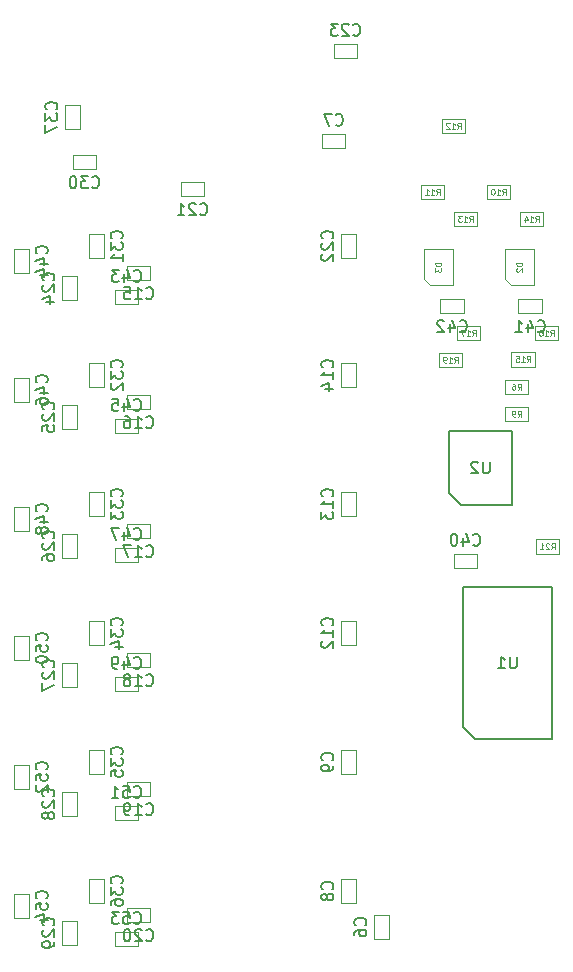
<source format=gbr>
G04 #@! TF.FileFunction,Other,Fab,Bot*
%FSLAX46Y46*%
G04 Gerber Fmt 4.6, Leading zero omitted, Abs format (unit mm)*
G04 Created by KiCad (PCBNEW 4.0.7) date 02/05/18 11:03:03*
%MOMM*%
%LPD*%
G01*
G04 APERTURE LIST*
%ADD10C,0.100000*%
%ADD11C,0.150000*%
%ADD12C,0.075000*%
G04 APERTURE END LIST*
D10*
D11*
X87608000Y-56826000D02*
X91908000Y-56826000D01*
X91908000Y-56826000D02*
X91908000Y-50626000D01*
X91908000Y-50626000D02*
X86608000Y-50626000D01*
X86608000Y-50626000D02*
X86608000Y-55826000D01*
X86608000Y-55826000D02*
X87608000Y-56826000D01*
D10*
X91360000Y-37708000D02*
X91860000Y-38208000D01*
X91860000Y-38208000D02*
X93760000Y-38208000D01*
X91360000Y-35208000D02*
X91360000Y-37708000D01*
X93760000Y-35208000D02*
X91360000Y-35208000D01*
X93760000Y-38208000D02*
X93760000Y-35208000D01*
X84502000Y-37708000D02*
X85002000Y-38208000D01*
X85002000Y-38208000D02*
X86902000Y-38208000D01*
X84502000Y-35208000D02*
X84502000Y-37708000D01*
X86902000Y-35208000D02*
X84502000Y-35208000D01*
X86902000Y-38208000D02*
X86902000Y-35208000D01*
X81496000Y-91588000D02*
X80256000Y-91588000D01*
X81496000Y-93588000D02*
X81496000Y-91588000D01*
X80256000Y-93588000D02*
X81496000Y-93588000D01*
X80256000Y-91588000D02*
X80256000Y-93588000D01*
X77812000Y-26660000D02*
X77812000Y-25420000D01*
X75812000Y-26660000D02*
X77812000Y-26660000D01*
X75812000Y-25420000D02*
X75812000Y-26660000D01*
X77812000Y-25420000D02*
X75812000Y-25420000D01*
X78702000Y-88540000D02*
X77462000Y-88540000D01*
X78702000Y-90540000D02*
X78702000Y-88540000D01*
X77462000Y-90540000D02*
X78702000Y-90540000D01*
X77462000Y-88540000D02*
X77462000Y-90540000D01*
X78702000Y-77618000D02*
X77462000Y-77618000D01*
X78702000Y-79618000D02*
X78702000Y-77618000D01*
X77462000Y-79618000D02*
X78702000Y-79618000D01*
X77462000Y-77618000D02*
X77462000Y-79618000D01*
X78702000Y-66696000D02*
X77462000Y-66696000D01*
X78702000Y-68696000D02*
X78702000Y-66696000D01*
X77462000Y-68696000D02*
X78702000Y-68696000D01*
X77462000Y-66696000D02*
X77462000Y-68696000D01*
X78702000Y-55774000D02*
X77462000Y-55774000D01*
X78702000Y-57774000D02*
X78702000Y-55774000D01*
X77462000Y-57774000D02*
X78702000Y-57774000D01*
X77462000Y-55774000D02*
X77462000Y-57774000D01*
X78702000Y-44852000D02*
X77462000Y-44852000D01*
X78702000Y-46852000D02*
X78702000Y-44852000D01*
X77462000Y-46852000D02*
X78702000Y-46852000D01*
X77462000Y-44852000D02*
X77462000Y-46852000D01*
X59302000Y-36596000D02*
X59302000Y-37836000D01*
X61302000Y-36596000D02*
X59302000Y-36596000D01*
X61302000Y-37836000D02*
X61302000Y-36596000D01*
X59302000Y-37836000D02*
X61302000Y-37836000D01*
X59302000Y-47518000D02*
X59302000Y-48758000D01*
X61302000Y-47518000D02*
X59302000Y-47518000D01*
X61302000Y-48758000D02*
X61302000Y-47518000D01*
X59302000Y-48758000D02*
X61302000Y-48758000D01*
X59302000Y-58440000D02*
X59302000Y-59680000D01*
X61302000Y-58440000D02*
X59302000Y-58440000D01*
X61302000Y-59680000D02*
X61302000Y-58440000D01*
X59302000Y-59680000D02*
X61302000Y-59680000D01*
X59302000Y-69362000D02*
X59302000Y-70602000D01*
X61302000Y-69362000D02*
X59302000Y-69362000D01*
X61302000Y-70602000D02*
X61302000Y-69362000D01*
X59302000Y-70602000D02*
X61302000Y-70602000D01*
X59302000Y-80284000D02*
X59302000Y-81524000D01*
X61302000Y-80284000D02*
X59302000Y-80284000D01*
X61302000Y-81524000D02*
X61302000Y-80284000D01*
X59302000Y-81524000D02*
X61302000Y-81524000D01*
X59302000Y-90952000D02*
X59302000Y-92192000D01*
X61302000Y-90952000D02*
X59302000Y-90952000D01*
X61302000Y-92192000D02*
X61302000Y-90952000D01*
X59302000Y-92192000D02*
X61302000Y-92192000D01*
X63874000Y-29484000D02*
X63874000Y-30724000D01*
X65874000Y-29484000D02*
X63874000Y-29484000D01*
X65874000Y-30724000D02*
X65874000Y-29484000D01*
X63874000Y-30724000D02*
X65874000Y-30724000D01*
X78702000Y-33930000D02*
X77462000Y-33930000D01*
X78702000Y-35930000D02*
X78702000Y-33930000D01*
X77462000Y-35930000D02*
X78702000Y-35930000D01*
X77462000Y-33930000D02*
X77462000Y-35930000D01*
X78828000Y-19040000D02*
X78828000Y-17800000D01*
X76828000Y-19040000D02*
X78828000Y-19040000D01*
X76828000Y-17800000D02*
X76828000Y-19040000D01*
X78828000Y-17800000D02*
X76828000Y-17800000D01*
X55080000Y-37486000D02*
X53840000Y-37486000D01*
X55080000Y-39486000D02*
X55080000Y-37486000D01*
X53840000Y-39486000D02*
X55080000Y-39486000D01*
X53840000Y-37486000D02*
X53840000Y-39486000D01*
X55080000Y-48408000D02*
X53840000Y-48408000D01*
X55080000Y-50408000D02*
X55080000Y-48408000D01*
X53840000Y-50408000D02*
X55080000Y-50408000D01*
X53840000Y-48408000D02*
X53840000Y-50408000D01*
X55080000Y-59330000D02*
X53840000Y-59330000D01*
X55080000Y-61330000D02*
X55080000Y-59330000D01*
X53840000Y-61330000D02*
X55080000Y-61330000D01*
X53840000Y-59330000D02*
X53840000Y-61330000D01*
X55080000Y-70252000D02*
X53840000Y-70252000D01*
X55080000Y-72252000D02*
X55080000Y-70252000D01*
X53840000Y-72252000D02*
X55080000Y-72252000D01*
X53840000Y-70252000D02*
X53840000Y-72252000D01*
X55080000Y-81174000D02*
X53840000Y-81174000D01*
X55080000Y-83174000D02*
X55080000Y-81174000D01*
X53840000Y-83174000D02*
X55080000Y-83174000D01*
X53840000Y-81174000D02*
X53840000Y-83174000D01*
X55080000Y-92096000D02*
X53840000Y-92096000D01*
X55080000Y-94096000D02*
X55080000Y-92096000D01*
X53840000Y-94096000D02*
X55080000Y-94096000D01*
X53840000Y-92096000D02*
X53840000Y-94096000D01*
X54730000Y-27198000D02*
X54730000Y-28438000D01*
X56730000Y-27198000D02*
X54730000Y-27198000D01*
X56730000Y-28438000D02*
X56730000Y-27198000D01*
X54730000Y-28438000D02*
X56730000Y-28438000D01*
X56126000Y-35930000D02*
X57366000Y-35930000D01*
X56126000Y-33930000D02*
X56126000Y-35930000D01*
X57366000Y-33930000D02*
X56126000Y-33930000D01*
X57366000Y-35930000D02*
X57366000Y-33930000D01*
X56126000Y-46852000D02*
X57366000Y-46852000D01*
X56126000Y-44852000D02*
X56126000Y-46852000D01*
X57366000Y-44852000D02*
X56126000Y-44852000D01*
X57366000Y-46852000D02*
X57366000Y-44852000D01*
X56126000Y-57774000D02*
X57366000Y-57774000D01*
X56126000Y-55774000D02*
X56126000Y-57774000D01*
X57366000Y-55774000D02*
X56126000Y-55774000D01*
X57366000Y-57774000D02*
X57366000Y-55774000D01*
X56126000Y-68696000D02*
X57366000Y-68696000D01*
X56126000Y-66696000D02*
X56126000Y-68696000D01*
X57366000Y-66696000D02*
X56126000Y-66696000D01*
X57366000Y-68696000D02*
X57366000Y-66696000D01*
X56126000Y-79618000D02*
X57366000Y-79618000D01*
X56126000Y-77618000D02*
X56126000Y-79618000D01*
X57366000Y-77618000D02*
X56126000Y-77618000D01*
X57366000Y-79618000D02*
X57366000Y-77618000D01*
X56126000Y-90540000D02*
X57366000Y-90540000D01*
X56126000Y-88540000D02*
X56126000Y-90540000D01*
X57366000Y-88540000D02*
X56126000Y-88540000D01*
X57366000Y-90540000D02*
X57366000Y-88540000D01*
X55334000Y-23008000D02*
X54094000Y-23008000D01*
X55334000Y-25008000D02*
X55334000Y-23008000D01*
X54094000Y-25008000D02*
X55334000Y-25008000D01*
X54094000Y-23008000D02*
X54094000Y-25008000D01*
X88988000Y-62220000D02*
X88988000Y-60980000D01*
X86988000Y-62220000D02*
X88988000Y-62220000D01*
X86988000Y-60980000D02*
X86988000Y-62220000D01*
X88988000Y-60980000D02*
X86988000Y-60980000D01*
D11*
X88794000Y-76636000D02*
X95294000Y-76636000D01*
X95294000Y-76636000D02*
X95294000Y-63836000D01*
X95294000Y-63836000D02*
X87794000Y-63836000D01*
X87794000Y-63836000D02*
X87794000Y-75636000D01*
X87794000Y-75636000D02*
X88794000Y-76636000D01*
D10*
X92449000Y-39390000D02*
X92449000Y-40630000D01*
X94449000Y-39390000D02*
X92449000Y-39390000D01*
X94449000Y-40630000D02*
X94449000Y-39390000D01*
X92449000Y-40630000D02*
X94449000Y-40630000D01*
X85845000Y-39390000D02*
X85845000Y-40630000D01*
X87845000Y-39390000D02*
X85845000Y-39390000D01*
X87845000Y-40630000D02*
X87845000Y-39390000D01*
X85845000Y-40630000D02*
X87845000Y-40630000D01*
X93306000Y-47488000D02*
X93306000Y-46248000D01*
X91306000Y-47488000D02*
X93306000Y-47488000D01*
X91306000Y-46248000D02*
X91306000Y-47488000D01*
X93306000Y-46248000D02*
X91306000Y-46248000D01*
X93306000Y-49774000D02*
X93306000Y-48534000D01*
X91306000Y-49774000D02*
X93306000Y-49774000D01*
X91306000Y-48534000D02*
X91306000Y-49774000D01*
X93306000Y-48534000D02*
X91306000Y-48534000D01*
X89782000Y-29738000D02*
X89782000Y-30978000D01*
X91782000Y-29738000D02*
X89782000Y-29738000D01*
X91782000Y-30978000D02*
X91782000Y-29738000D01*
X89782000Y-30978000D02*
X91782000Y-30978000D01*
X84194000Y-29738000D02*
X84194000Y-30978000D01*
X86194000Y-29738000D02*
X84194000Y-29738000D01*
X86194000Y-30978000D02*
X86194000Y-29738000D01*
X84194000Y-30978000D02*
X86194000Y-30978000D01*
X85972000Y-24150000D02*
X85972000Y-25390000D01*
X87972000Y-24150000D02*
X85972000Y-24150000D01*
X87972000Y-25390000D02*
X87972000Y-24150000D01*
X85972000Y-25390000D02*
X87972000Y-25390000D01*
X86988000Y-32024000D02*
X86988000Y-33264000D01*
X88988000Y-32024000D02*
X86988000Y-32024000D01*
X88988000Y-33264000D02*
X88988000Y-32024000D01*
X86988000Y-33264000D02*
X88988000Y-33264000D01*
X92576000Y-32024000D02*
X92576000Y-33264000D01*
X94576000Y-32024000D02*
X92576000Y-32024000D01*
X94576000Y-33264000D02*
X94576000Y-32024000D01*
X92576000Y-33264000D02*
X94576000Y-33264000D01*
X91860000Y-43890000D02*
X91860000Y-45130000D01*
X93860000Y-43890000D02*
X91860000Y-43890000D01*
X93860000Y-45130000D02*
X93860000Y-43890000D01*
X91860000Y-45130000D02*
X93860000Y-45130000D01*
X93846000Y-41676000D02*
X93846000Y-42916000D01*
X95846000Y-41676000D02*
X93846000Y-41676000D01*
X95846000Y-42916000D02*
X95846000Y-41676000D01*
X93846000Y-42916000D02*
X95846000Y-42916000D01*
X89242000Y-42916000D02*
X89242000Y-41676000D01*
X87242000Y-42916000D02*
X89242000Y-42916000D01*
X87242000Y-41676000D02*
X87242000Y-42916000D01*
X89242000Y-41676000D02*
X87242000Y-41676000D01*
X85718000Y-43962000D02*
X85718000Y-45202000D01*
X87718000Y-43962000D02*
X85718000Y-43962000D01*
X87718000Y-45202000D02*
X87718000Y-43962000D01*
X85718000Y-45202000D02*
X87718000Y-45202000D01*
X60286000Y-39868000D02*
X60286000Y-38628000D01*
X58286000Y-39868000D02*
X60286000Y-39868000D01*
X58286000Y-38628000D02*
X58286000Y-39868000D01*
X60286000Y-38628000D02*
X58286000Y-38628000D01*
X49776000Y-37200000D02*
X51016000Y-37200000D01*
X49776000Y-35200000D02*
X49776000Y-37200000D01*
X51016000Y-35200000D02*
X49776000Y-35200000D01*
X51016000Y-37200000D02*
X51016000Y-35200000D01*
X60286000Y-50790000D02*
X60286000Y-49550000D01*
X58286000Y-50790000D02*
X60286000Y-50790000D01*
X58286000Y-49550000D02*
X58286000Y-50790000D01*
X60286000Y-49550000D02*
X58286000Y-49550000D01*
X49776000Y-48122000D02*
X51016000Y-48122000D01*
X49776000Y-46122000D02*
X49776000Y-48122000D01*
X51016000Y-46122000D02*
X49776000Y-46122000D01*
X51016000Y-48122000D02*
X51016000Y-46122000D01*
X60286000Y-61712000D02*
X60286000Y-60472000D01*
X58286000Y-61712000D02*
X60286000Y-61712000D01*
X58286000Y-60472000D02*
X58286000Y-61712000D01*
X60286000Y-60472000D02*
X58286000Y-60472000D01*
X49776000Y-59044000D02*
X51016000Y-59044000D01*
X49776000Y-57044000D02*
X49776000Y-59044000D01*
X51016000Y-57044000D02*
X49776000Y-57044000D01*
X51016000Y-59044000D02*
X51016000Y-57044000D01*
X60286000Y-72634000D02*
X60286000Y-71394000D01*
X58286000Y-72634000D02*
X60286000Y-72634000D01*
X58286000Y-71394000D02*
X58286000Y-72634000D01*
X60286000Y-71394000D02*
X58286000Y-71394000D01*
X49776000Y-69966000D02*
X51016000Y-69966000D01*
X49776000Y-67966000D02*
X49776000Y-69966000D01*
X51016000Y-67966000D02*
X49776000Y-67966000D01*
X51016000Y-69966000D02*
X51016000Y-67966000D01*
X60286000Y-83556000D02*
X60286000Y-82316000D01*
X58286000Y-83556000D02*
X60286000Y-83556000D01*
X58286000Y-82316000D02*
X58286000Y-83556000D01*
X60286000Y-82316000D02*
X58286000Y-82316000D01*
X49776000Y-80888000D02*
X51016000Y-80888000D01*
X49776000Y-78888000D02*
X49776000Y-80888000D01*
X51016000Y-78888000D02*
X49776000Y-78888000D01*
X51016000Y-80888000D02*
X51016000Y-78888000D01*
X60286000Y-94224000D02*
X60286000Y-92984000D01*
X58286000Y-94224000D02*
X60286000Y-94224000D01*
X58286000Y-92984000D02*
X58286000Y-94224000D01*
X60286000Y-92984000D02*
X58286000Y-92984000D01*
X49776000Y-91810000D02*
X51016000Y-91810000D01*
X49776000Y-89810000D02*
X49776000Y-91810000D01*
X51016000Y-89810000D02*
X49776000Y-89810000D01*
X51016000Y-91810000D02*
X51016000Y-89810000D01*
X95930000Y-61000000D02*
X95930000Y-59760000D01*
X93930000Y-61000000D02*
X95930000Y-61000000D01*
X93930000Y-59760000D02*
X93930000Y-61000000D01*
X95930000Y-59760000D02*
X93930000Y-59760000D01*
D11*
X90019905Y-53178381D02*
X90019905Y-53987905D01*
X89972286Y-54083143D01*
X89924667Y-54130762D01*
X89829429Y-54178381D01*
X89638952Y-54178381D01*
X89543714Y-54130762D01*
X89496095Y-54083143D01*
X89448476Y-53987905D01*
X89448476Y-53178381D01*
X89019905Y-53273619D02*
X88972286Y-53226000D01*
X88877048Y-53178381D01*
X88638952Y-53178381D01*
X88543714Y-53226000D01*
X88496095Y-53273619D01*
X88448476Y-53368857D01*
X88448476Y-53464095D01*
X88496095Y-53606952D01*
X89067524Y-54178381D01*
X88448476Y-54178381D01*
D12*
X92786190Y-36338953D02*
X92286190Y-36338953D01*
X92286190Y-36458000D01*
X92310000Y-36529429D01*
X92357619Y-36577048D01*
X92405238Y-36600857D01*
X92500476Y-36624667D01*
X92571905Y-36624667D01*
X92667143Y-36600857D01*
X92714762Y-36577048D01*
X92762381Y-36529429D01*
X92786190Y-36458000D01*
X92786190Y-36338953D01*
X92333810Y-36815143D02*
X92310000Y-36838953D01*
X92286190Y-36886572D01*
X92286190Y-37005619D01*
X92310000Y-37053238D01*
X92333810Y-37077048D01*
X92381429Y-37100857D01*
X92429048Y-37100857D01*
X92500476Y-37077048D01*
X92786190Y-36791334D01*
X92786190Y-37100857D01*
X85928190Y-36338953D02*
X85428190Y-36338953D01*
X85428190Y-36458000D01*
X85452000Y-36529429D01*
X85499619Y-36577048D01*
X85547238Y-36600857D01*
X85642476Y-36624667D01*
X85713905Y-36624667D01*
X85809143Y-36600857D01*
X85856762Y-36577048D01*
X85904381Y-36529429D01*
X85928190Y-36458000D01*
X85928190Y-36338953D01*
X85428190Y-36791334D02*
X85428190Y-37100857D01*
X85618667Y-36934191D01*
X85618667Y-37005619D01*
X85642476Y-37053238D01*
X85666286Y-37077048D01*
X85713905Y-37100857D01*
X85832952Y-37100857D01*
X85880571Y-37077048D01*
X85904381Y-37053238D01*
X85928190Y-37005619D01*
X85928190Y-36862762D01*
X85904381Y-36815143D01*
X85880571Y-36791334D01*
D11*
X79483143Y-92421334D02*
X79530762Y-92373715D01*
X79578381Y-92230858D01*
X79578381Y-92135620D01*
X79530762Y-91992762D01*
X79435524Y-91897524D01*
X79340286Y-91849905D01*
X79149810Y-91802286D01*
X79006952Y-91802286D01*
X78816476Y-91849905D01*
X78721238Y-91897524D01*
X78626000Y-91992762D01*
X78578381Y-92135620D01*
X78578381Y-92230858D01*
X78626000Y-92373715D01*
X78673619Y-92421334D01*
X78578381Y-93278477D02*
X78578381Y-93088000D01*
X78626000Y-92992762D01*
X78673619Y-92945143D01*
X78816476Y-92849905D01*
X79006952Y-92802286D01*
X79387905Y-92802286D01*
X79483143Y-92849905D01*
X79530762Y-92897524D01*
X79578381Y-92992762D01*
X79578381Y-93183239D01*
X79530762Y-93278477D01*
X79483143Y-93326096D01*
X79387905Y-93373715D01*
X79149810Y-93373715D01*
X79054571Y-93326096D01*
X79006952Y-93278477D01*
X78959333Y-93183239D01*
X78959333Y-92992762D01*
X79006952Y-92897524D01*
X79054571Y-92849905D01*
X79149810Y-92802286D01*
X76978666Y-24647143D02*
X77026285Y-24694762D01*
X77169142Y-24742381D01*
X77264380Y-24742381D01*
X77407238Y-24694762D01*
X77502476Y-24599524D01*
X77550095Y-24504286D01*
X77597714Y-24313810D01*
X77597714Y-24170952D01*
X77550095Y-23980476D01*
X77502476Y-23885238D01*
X77407238Y-23790000D01*
X77264380Y-23742381D01*
X77169142Y-23742381D01*
X77026285Y-23790000D01*
X76978666Y-23837619D01*
X76645333Y-23742381D02*
X75978666Y-23742381D01*
X76407238Y-24742381D01*
X76689143Y-89373334D02*
X76736762Y-89325715D01*
X76784381Y-89182858D01*
X76784381Y-89087620D01*
X76736762Y-88944762D01*
X76641524Y-88849524D01*
X76546286Y-88801905D01*
X76355810Y-88754286D01*
X76212952Y-88754286D01*
X76022476Y-88801905D01*
X75927238Y-88849524D01*
X75832000Y-88944762D01*
X75784381Y-89087620D01*
X75784381Y-89182858D01*
X75832000Y-89325715D01*
X75879619Y-89373334D01*
X76212952Y-89944762D02*
X76165333Y-89849524D01*
X76117714Y-89801905D01*
X76022476Y-89754286D01*
X75974857Y-89754286D01*
X75879619Y-89801905D01*
X75832000Y-89849524D01*
X75784381Y-89944762D01*
X75784381Y-90135239D01*
X75832000Y-90230477D01*
X75879619Y-90278096D01*
X75974857Y-90325715D01*
X76022476Y-90325715D01*
X76117714Y-90278096D01*
X76165333Y-90230477D01*
X76212952Y-90135239D01*
X76212952Y-89944762D01*
X76260571Y-89849524D01*
X76308190Y-89801905D01*
X76403429Y-89754286D01*
X76593905Y-89754286D01*
X76689143Y-89801905D01*
X76736762Y-89849524D01*
X76784381Y-89944762D01*
X76784381Y-90135239D01*
X76736762Y-90230477D01*
X76689143Y-90278096D01*
X76593905Y-90325715D01*
X76403429Y-90325715D01*
X76308190Y-90278096D01*
X76260571Y-90230477D01*
X76212952Y-90135239D01*
X76689143Y-78451334D02*
X76736762Y-78403715D01*
X76784381Y-78260858D01*
X76784381Y-78165620D01*
X76736762Y-78022762D01*
X76641524Y-77927524D01*
X76546286Y-77879905D01*
X76355810Y-77832286D01*
X76212952Y-77832286D01*
X76022476Y-77879905D01*
X75927238Y-77927524D01*
X75832000Y-78022762D01*
X75784381Y-78165620D01*
X75784381Y-78260858D01*
X75832000Y-78403715D01*
X75879619Y-78451334D01*
X76784381Y-78927524D02*
X76784381Y-79118000D01*
X76736762Y-79213239D01*
X76689143Y-79260858D01*
X76546286Y-79356096D01*
X76355810Y-79403715D01*
X75974857Y-79403715D01*
X75879619Y-79356096D01*
X75832000Y-79308477D01*
X75784381Y-79213239D01*
X75784381Y-79022762D01*
X75832000Y-78927524D01*
X75879619Y-78879905D01*
X75974857Y-78832286D01*
X76212952Y-78832286D01*
X76308190Y-78879905D01*
X76355810Y-78927524D01*
X76403429Y-79022762D01*
X76403429Y-79213239D01*
X76355810Y-79308477D01*
X76308190Y-79356096D01*
X76212952Y-79403715D01*
X76689143Y-67053143D02*
X76736762Y-67005524D01*
X76784381Y-66862667D01*
X76784381Y-66767429D01*
X76736762Y-66624571D01*
X76641524Y-66529333D01*
X76546286Y-66481714D01*
X76355810Y-66434095D01*
X76212952Y-66434095D01*
X76022476Y-66481714D01*
X75927238Y-66529333D01*
X75832000Y-66624571D01*
X75784381Y-66767429D01*
X75784381Y-66862667D01*
X75832000Y-67005524D01*
X75879619Y-67053143D01*
X76784381Y-68005524D02*
X76784381Y-67434095D01*
X76784381Y-67719809D02*
X75784381Y-67719809D01*
X75927238Y-67624571D01*
X76022476Y-67529333D01*
X76070095Y-67434095D01*
X75879619Y-68386476D02*
X75832000Y-68434095D01*
X75784381Y-68529333D01*
X75784381Y-68767429D01*
X75832000Y-68862667D01*
X75879619Y-68910286D01*
X75974857Y-68957905D01*
X76070095Y-68957905D01*
X76212952Y-68910286D01*
X76784381Y-68338857D01*
X76784381Y-68957905D01*
X76689143Y-56131143D02*
X76736762Y-56083524D01*
X76784381Y-55940667D01*
X76784381Y-55845429D01*
X76736762Y-55702571D01*
X76641524Y-55607333D01*
X76546286Y-55559714D01*
X76355810Y-55512095D01*
X76212952Y-55512095D01*
X76022476Y-55559714D01*
X75927238Y-55607333D01*
X75832000Y-55702571D01*
X75784381Y-55845429D01*
X75784381Y-55940667D01*
X75832000Y-56083524D01*
X75879619Y-56131143D01*
X76784381Y-57083524D02*
X76784381Y-56512095D01*
X76784381Y-56797809D02*
X75784381Y-56797809D01*
X75927238Y-56702571D01*
X76022476Y-56607333D01*
X76070095Y-56512095D01*
X75784381Y-57416857D02*
X75784381Y-58035905D01*
X76165333Y-57702571D01*
X76165333Y-57845429D01*
X76212952Y-57940667D01*
X76260571Y-57988286D01*
X76355810Y-58035905D01*
X76593905Y-58035905D01*
X76689143Y-57988286D01*
X76736762Y-57940667D01*
X76784381Y-57845429D01*
X76784381Y-57559714D01*
X76736762Y-57464476D01*
X76689143Y-57416857D01*
X76689143Y-45209143D02*
X76736762Y-45161524D01*
X76784381Y-45018667D01*
X76784381Y-44923429D01*
X76736762Y-44780571D01*
X76641524Y-44685333D01*
X76546286Y-44637714D01*
X76355810Y-44590095D01*
X76212952Y-44590095D01*
X76022476Y-44637714D01*
X75927238Y-44685333D01*
X75832000Y-44780571D01*
X75784381Y-44923429D01*
X75784381Y-45018667D01*
X75832000Y-45161524D01*
X75879619Y-45209143D01*
X76784381Y-46161524D02*
X76784381Y-45590095D01*
X76784381Y-45875809D02*
X75784381Y-45875809D01*
X75927238Y-45780571D01*
X76022476Y-45685333D01*
X76070095Y-45590095D01*
X76117714Y-47018667D02*
X76784381Y-47018667D01*
X75736762Y-46780571D02*
X76451048Y-46542476D01*
X76451048Y-47161524D01*
X60944857Y-39323143D02*
X60992476Y-39370762D01*
X61135333Y-39418381D01*
X61230571Y-39418381D01*
X61373429Y-39370762D01*
X61468667Y-39275524D01*
X61516286Y-39180286D01*
X61563905Y-38989810D01*
X61563905Y-38846952D01*
X61516286Y-38656476D01*
X61468667Y-38561238D01*
X61373429Y-38466000D01*
X61230571Y-38418381D01*
X61135333Y-38418381D01*
X60992476Y-38466000D01*
X60944857Y-38513619D01*
X59992476Y-39418381D02*
X60563905Y-39418381D01*
X60278191Y-39418381D02*
X60278191Y-38418381D01*
X60373429Y-38561238D01*
X60468667Y-38656476D01*
X60563905Y-38704095D01*
X59087714Y-38418381D02*
X59563905Y-38418381D01*
X59611524Y-38894571D01*
X59563905Y-38846952D01*
X59468667Y-38799333D01*
X59230571Y-38799333D01*
X59135333Y-38846952D01*
X59087714Y-38894571D01*
X59040095Y-38989810D01*
X59040095Y-39227905D01*
X59087714Y-39323143D01*
X59135333Y-39370762D01*
X59230571Y-39418381D01*
X59468667Y-39418381D01*
X59563905Y-39370762D01*
X59611524Y-39323143D01*
X60944857Y-50245143D02*
X60992476Y-50292762D01*
X61135333Y-50340381D01*
X61230571Y-50340381D01*
X61373429Y-50292762D01*
X61468667Y-50197524D01*
X61516286Y-50102286D01*
X61563905Y-49911810D01*
X61563905Y-49768952D01*
X61516286Y-49578476D01*
X61468667Y-49483238D01*
X61373429Y-49388000D01*
X61230571Y-49340381D01*
X61135333Y-49340381D01*
X60992476Y-49388000D01*
X60944857Y-49435619D01*
X59992476Y-50340381D02*
X60563905Y-50340381D01*
X60278191Y-50340381D02*
X60278191Y-49340381D01*
X60373429Y-49483238D01*
X60468667Y-49578476D01*
X60563905Y-49626095D01*
X59135333Y-49340381D02*
X59325810Y-49340381D01*
X59421048Y-49388000D01*
X59468667Y-49435619D01*
X59563905Y-49578476D01*
X59611524Y-49768952D01*
X59611524Y-50149905D01*
X59563905Y-50245143D01*
X59516286Y-50292762D01*
X59421048Y-50340381D01*
X59230571Y-50340381D01*
X59135333Y-50292762D01*
X59087714Y-50245143D01*
X59040095Y-50149905D01*
X59040095Y-49911810D01*
X59087714Y-49816571D01*
X59135333Y-49768952D01*
X59230571Y-49721333D01*
X59421048Y-49721333D01*
X59516286Y-49768952D01*
X59563905Y-49816571D01*
X59611524Y-49911810D01*
X60944857Y-61167143D02*
X60992476Y-61214762D01*
X61135333Y-61262381D01*
X61230571Y-61262381D01*
X61373429Y-61214762D01*
X61468667Y-61119524D01*
X61516286Y-61024286D01*
X61563905Y-60833810D01*
X61563905Y-60690952D01*
X61516286Y-60500476D01*
X61468667Y-60405238D01*
X61373429Y-60310000D01*
X61230571Y-60262381D01*
X61135333Y-60262381D01*
X60992476Y-60310000D01*
X60944857Y-60357619D01*
X59992476Y-61262381D02*
X60563905Y-61262381D01*
X60278191Y-61262381D02*
X60278191Y-60262381D01*
X60373429Y-60405238D01*
X60468667Y-60500476D01*
X60563905Y-60548095D01*
X59659143Y-60262381D02*
X58992476Y-60262381D01*
X59421048Y-61262381D01*
X60944857Y-72089143D02*
X60992476Y-72136762D01*
X61135333Y-72184381D01*
X61230571Y-72184381D01*
X61373429Y-72136762D01*
X61468667Y-72041524D01*
X61516286Y-71946286D01*
X61563905Y-71755810D01*
X61563905Y-71612952D01*
X61516286Y-71422476D01*
X61468667Y-71327238D01*
X61373429Y-71232000D01*
X61230571Y-71184381D01*
X61135333Y-71184381D01*
X60992476Y-71232000D01*
X60944857Y-71279619D01*
X59992476Y-72184381D02*
X60563905Y-72184381D01*
X60278191Y-72184381D02*
X60278191Y-71184381D01*
X60373429Y-71327238D01*
X60468667Y-71422476D01*
X60563905Y-71470095D01*
X59421048Y-71612952D02*
X59516286Y-71565333D01*
X59563905Y-71517714D01*
X59611524Y-71422476D01*
X59611524Y-71374857D01*
X59563905Y-71279619D01*
X59516286Y-71232000D01*
X59421048Y-71184381D01*
X59230571Y-71184381D01*
X59135333Y-71232000D01*
X59087714Y-71279619D01*
X59040095Y-71374857D01*
X59040095Y-71422476D01*
X59087714Y-71517714D01*
X59135333Y-71565333D01*
X59230571Y-71612952D01*
X59421048Y-71612952D01*
X59516286Y-71660571D01*
X59563905Y-71708190D01*
X59611524Y-71803429D01*
X59611524Y-71993905D01*
X59563905Y-72089143D01*
X59516286Y-72136762D01*
X59421048Y-72184381D01*
X59230571Y-72184381D01*
X59135333Y-72136762D01*
X59087714Y-72089143D01*
X59040095Y-71993905D01*
X59040095Y-71803429D01*
X59087714Y-71708190D01*
X59135333Y-71660571D01*
X59230571Y-71612952D01*
X60944857Y-83011143D02*
X60992476Y-83058762D01*
X61135333Y-83106381D01*
X61230571Y-83106381D01*
X61373429Y-83058762D01*
X61468667Y-82963524D01*
X61516286Y-82868286D01*
X61563905Y-82677810D01*
X61563905Y-82534952D01*
X61516286Y-82344476D01*
X61468667Y-82249238D01*
X61373429Y-82154000D01*
X61230571Y-82106381D01*
X61135333Y-82106381D01*
X60992476Y-82154000D01*
X60944857Y-82201619D01*
X59992476Y-83106381D02*
X60563905Y-83106381D01*
X60278191Y-83106381D02*
X60278191Y-82106381D01*
X60373429Y-82249238D01*
X60468667Y-82344476D01*
X60563905Y-82392095D01*
X59516286Y-83106381D02*
X59325810Y-83106381D01*
X59230571Y-83058762D01*
X59182952Y-83011143D01*
X59087714Y-82868286D01*
X59040095Y-82677810D01*
X59040095Y-82296857D01*
X59087714Y-82201619D01*
X59135333Y-82154000D01*
X59230571Y-82106381D01*
X59421048Y-82106381D01*
X59516286Y-82154000D01*
X59563905Y-82201619D01*
X59611524Y-82296857D01*
X59611524Y-82534952D01*
X59563905Y-82630190D01*
X59516286Y-82677810D01*
X59421048Y-82725429D01*
X59230571Y-82725429D01*
X59135333Y-82677810D01*
X59087714Y-82630190D01*
X59040095Y-82534952D01*
X60944857Y-93679143D02*
X60992476Y-93726762D01*
X61135333Y-93774381D01*
X61230571Y-93774381D01*
X61373429Y-93726762D01*
X61468667Y-93631524D01*
X61516286Y-93536286D01*
X61563905Y-93345810D01*
X61563905Y-93202952D01*
X61516286Y-93012476D01*
X61468667Y-92917238D01*
X61373429Y-92822000D01*
X61230571Y-92774381D01*
X61135333Y-92774381D01*
X60992476Y-92822000D01*
X60944857Y-92869619D01*
X60563905Y-92869619D02*
X60516286Y-92822000D01*
X60421048Y-92774381D01*
X60182952Y-92774381D01*
X60087714Y-92822000D01*
X60040095Y-92869619D01*
X59992476Y-92964857D01*
X59992476Y-93060095D01*
X60040095Y-93202952D01*
X60611524Y-93774381D01*
X59992476Y-93774381D01*
X59373429Y-92774381D02*
X59278190Y-92774381D01*
X59182952Y-92822000D01*
X59135333Y-92869619D01*
X59087714Y-92964857D01*
X59040095Y-93155333D01*
X59040095Y-93393429D01*
X59087714Y-93583905D01*
X59135333Y-93679143D01*
X59182952Y-93726762D01*
X59278190Y-93774381D01*
X59373429Y-93774381D01*
X59468667Y-93726762D01*
X59516286Y-93679143D01*
X59563905Y-93583905D01*
X59611524Y-93393429D01*
X59611524Y-93155333D01*
X59563905Y-92964857D01*
X59516286Y-92869619D01*
X59468667Y-92822000D01*
X59373429Y-92774381D01*
X65516857Y-32211143D02*
X65564476Y-32258762D01*
X65707333Y-32306381D01*
X65802571Y-32306381D01*
X65945429Y-32258762D01*
X66040667Y-32163524D01*
X66088286Y-32068286D01*
X66135905Y-31877810D01*
X66135905Y-31734952D01*
X66088286Y-31544476D01*
X66040667Y-31449238D01*
X65945429Y-31354000D01*
X65802571Y-31306381D01*
X65707333Y-31306381D01*
X65564476Y-31354000D01*
X65516857Y-31401619D01*
X65135905Y-31401619D02*
X65088286Y-31354000D01*
X64993048Y-31306381D01*
X64754952Y-31306381D01*
X64659714Y-31354000D01*
X64612095Y-31401619D01*
X64564476Y-31496857D01*
X64564476Y-31592095D01*
X64612095Y-31734952D01*
X65183524Y-32306381D01*
X64564476Y-32306381D01*
X63612095Y-32306381D02*
X64183524Y-32306381D01*
X63897810Y-32306381D02*
X63897810Y-31306381D01*
X63993048Y-31449238D01*
X64088286Y-31544476D01*
X64183524Y-31592095D01*
X76689143Y-34287143D02*
X76736762Y-34239524D01*
X76784381Y-34096667D01*
X76784381Y-34001429D01*
X76736762Y-33858571D01*
X76641524Y-33763333D01*
X76546286Y-33715714D01*
X76355810Y-33668095D01*
X76212952Y-33668095D01*
X76022476Y-33715714D01*
X75927238Y-33763333D01*
X75832000Y-33858571D01*
X75784381Y-34001429D01*
X75784381Y-34096667D01*
X75832000Y-34239524D01*
X75879619Y-34287143D01*
X75879619Y-34668095D02*
X75832000Y-34715714D01*
X75784381Y-34810952D01*
X75784381Y-35049048D01*
X75832000Y-35144286D01*
X75879619Y-35191905D01*
X75974857Y-35239524D01*
X76070095Y-35239524D01*
X76212952Y-35191905D01*
X76784381Y-34620476D01*
X76784381Y-35239524D01*
X75879619Y-35620476D02*
X75832000Y-35668095D01*
X75784381Y-35763333D01*
X75784381Y-36001429D01*
X75832000Y-36096667D01*
X75879619Y-36144286D01*
X75974857Y-36191905D01*
X76070095Y-36191905D01*
X76212952Y-36144286D01*
X76784381Y-35572857D01*
X76784381Y-36191905D01*
X78470857Y-17027143D02*
X78518476Y-17074762D01*
X78661333Y-17122381D01*
X78756571Y-17122381D01*
X78899429Y-17074762D01*
X78994667Y-16979524D01*
X79042286Y-16884286D01*
X79089905Y-16693810D01*
X79089905Y-16550952D01*
X79042286Y-16360476D01*
X78994667Y-16265238D01*
X78899429Y-16170000D01*
X78756571Y-16122381D01*
X78661333Y-16122381D01*
X78518476Y-16170000D01*
X78470857Y-16217619D01*
X78089905Y-16217619D02*
X78042286Y-16170000D01*
X77947048Y-16122381D01*
X77708952Y-16122381D01*
X77613714Y-16170000D01*
X77566095Y-16217619D01*
X77518476Y-16312857D01*
X77518476Y-16408095D01*
X77566095Y-16550952D01*
X78137524Y-17122381D01*
X77518476Y-17122381D01*
X77185143Y-16122381D02*
X76566095Y-16122381D01*
X76899429Y-16503333D01*
X76756571Y-16503333D01*
X76661333Y-16550952D01*
X76613714Y-16598571D01*
X76566095Y-16693810D01*
X76566095Y-16931905D01*
X76613714Y-17027143D01*
X76661333Y-17074762D01*
X76756571Y-17122381D01*
X77042286Y-17122381D01*
X77137524Y-17074762D01*
X77185143Y-17027143D01*
X53067143Y-37843143D02*
X53114762Y-37795524D01*
X53162381Y-37652667D01*
X53162381Y-37557429D01*
X53114762Y-37414571D01*
X53019524Y-37319333D01*
X52924286Y-37271714D01*
X52733810Y-37224095D01*
X52590952Y-37224095D01*
X52400476Y-37271714D01*
X52305238Y-37319333D01*
X52210000Y-37414571D01*
X52162381Y-37557429D01*
X52162381Y-37652667D01*
X52210000Y-37795524D01*
X52257619Y-37843143D01*
X52257619Y-38224095D02*
X52210000Y-38271714D01*
X52162381Y-38366952D01*
X52162381Y-38605048D01*
X52210000Y-38700286D01*
X52257619Y-38747905D01*
X52352857Y-38795524D01*
X52448095Y-38795524D01*
X52590952Y-38747905D01*
X53162381Y-38176476D01*
X53162381Y-38795524D01*
X52495714Y-39652667D02*
X53162381Y-39652667D01*
X52114762Y-39414571D02*
X52829048Y-39176476D01*
X52829048Y-39795524D01*
X53067143Y-48765143D02*
X53114762Y-48717524D01*
X53162381Y-48574667D01*
X53162381Y-48479429D01*
X53114762Y-48336571D01*
X53019524Y-48241333D01*
X52924286Y-48193714D01*
X52733810Y-48146095D01*
X52590952Y-48146095D01*
X52400476Y-48193714D01*
X52305238Y-48241333D01*
X52210000Y-48336571D01*
X52162381Y-48479429D01*
X52162381Y-48574667D01*
X52210000Y-48717524D01*
X52257619Y-48765143D01*
X52257619Y-49146095D02*
X52210000Y-49193714D01*
X52162381Y-49288952D01*
X52162381Y-49527048D01*
X52210000Y-49622286D01*
X52257619Y-49669905D01*
X52352857Y-49717524D01*
X52448095Y-49717524D01*
X52590952Y-49669905D01*
X53162381Y-49098476D01*
X53162381Y-49717524D01*
X52162381Y-50622286D02*
X52162381Y-50146095D01*
X52638571Y-50098476D01*
X52590952Y-50146095D01*
X52543333Y-50241333D01*
X52543333Y-50479429D01*
X52590952Y-50574667D01*
X52638571Y-50622286D01*
X52733810Y-50669905D01*
X52971905Y-50669905D01*
X53067143Y-50622286D01*
X53114762Y-50574667D01*
X53162381Y-50479429D01*
X53162381Y-50241333D01*
X53114762Y-50146095D01*
X53067143Y-50098476D01*
X53067143Y-59687143D02*
X53114762Y-59639524D01*
X53162381Y-59496667D01*
X53162381Y-59401429D01*
X53114762Y-59258571D01*
X53019524Y-59163333D01*
X52924286Y-59115714D01*
X52733810Y-59068095D01*
X52590952Y-59068095D01*
X52400476Y-59115714D01*
X52305238Y-59163333D01*
X52210000Y-59258571D01*
X52162381Y-59401429D01*
X52162381Y-59496667D01*
X52210000Y-59639524D01*
X52257619Y-59687143D01*
X52257619Y-60068095D02*
X52210000Y-60115714D01*
X52162381Y-60210952D01*
X52162381Y-60449048D01*
X52210000Y-60544286D01*
X52257619Y-60591905D01*
X52352857Y-60639524D01*
X52448095Y-60639524D01*
X52590952Y-60591905D01*
X53162381Y-60020476D01*
X53162381Y-60639524D01*
X52162381Y-61496667D02*
X52162381Y-61306190D01*
X52210000Y-61210952D01*
X52257619Y-61163333D01*
X52400476Y-61068095D01*
X52590952Y-61020476D01*
X52971905Y-61020476D01*
X53067143Y-61068095D01*
X53114762Y-61115714D01*
X53162381Y-61210952D01*
X53162381Y-61401429D01*
X53114762Y-61496667D01*
X53067143Y-61544286D01*
X52971905Y-61591905D01*
X52733810Y-61591905D01*
X52638571Y-61544286D01*
X52590952Y-61496667D01*
X52543333Y-61401429D01*
X52543333Y-61210952D01*
X52590952Y-61115714D01*
X52638571Y-61068095D01*
X52733810Y-61020476D01*
X53067143Y-70609143D02*
X53114762Y-70561524D01*
X53162381Y-70418667D01*
X53162381Y-70323429D01*
X53114762Y-70180571D01*
X53019524Y-70085333D01*
X52924286Y-70037714D01*
X52733810Y-69990095D01*
X52590952Y-69990095D01*
X52400476Y-70037714D01*
X52305238Y-70085333D01*
X52210000Y-70180571D01*
X52162381Y-70323429D01*
X52162381Y-70418667D01*
X52210000Y-70561524D01*
X52257619Y-70609143D01*
X52257619Y-70990095D02*
X52210000Y-71037714D01*
X52162381Y-71132952D01*
X52162381Y-71371048D01*
X52210000Y-71466286D01*
X52257619Y-71513905D01*
X52352857Y-71561524D01*
X52448095Y-71561524D01*
X52590952Y-71513905D01*
X53162381Y-70942476D01*
X53162381Y-71561524D01*
X52162381Y-71894857D02*
X52162381Y-72561524D01*
X53162381Y-72132952D01*
X53067143Y-81531143D02*
X53114762Y-81483524D01*
X53162381Y-81340667D01*
X53162381Y-81245429D01*
X53114762Y-81102571D01*
X53019524Y-81007333D01*
X52924286Y-80959714D01*
X52733810Y-80912095D01*
X52590952Y-80912095D01*
X52400476Y-80959714D01*
X52305238Y-81007333D01*
X52210000Y-81102571D01*
X52162381Y-81245429D01*
X52162381Y-81340667D01*
X52210000Y-81483524D01*
X52257619Y-81531143D01*
X52257619Y-81912095D02*
X52210000Y-81959714D01*
X52162381Y-82054952D01*
X52162381Y-82293048D01*
X52210000Y-82388286D01*
X52257619Y-82435905D01*
X52352857Y-82483524D01*
X52448095Y-82483524D01*
X52590952Y-82435905D01*
X53162381Y-81864476D01*
X53162381Y-82483524D01*
X52590952Y-83054952D02*
X52543333Y-82959714D01*
X52495714Y-82912095D01*
X52400476Y-82864476D01*
X52352857Y-82864476D01*
X52257619Y-82912095D01*
X52210000Y-82959714D01*
X52162381Y-83054952D01*
X52162381Y-83245429D01*
X52210000Y-83340667D01*
X52257619Y-83388286D01*
X52352857Y-83435905D01*
X52400476Y-83435905D01*
X52495714Y-83388286D01*
X52543333Y-83340667D01*
X52590952Y-83245429D01*
X52590952Y-83054952D01*
X52638571Y-82959714D01*
X52686190Y-82912095D01*
X52781429Y-82864476D01*
X52971905Y-82864476D01*
X53067143Y-82912095D01*
X53114762Y-82959714D01*
X53162381Y-83054952D01*
X53162381Y-83245429D01*
X53114762Y-83340667D01*
X53067143Y-83388286D01*
X52971905Y-83435905D01*
X52781429Y-83435905D01*
X52686190Y-83388286D01*
X52638571Y-83340667D01*
X52590952Y-83245429D01*
X53067143Y-92453143D02*
X53114762Y-92405524D01*
X53162381Y-92262667D01*
X53162381Y-92167429D01*
X53114762Y-92024571D01*
X53019524Y-91929333D01*
X52924286Y-91881714D01*
X52733810Y-91834095D01*
X52590952Y-91834095D01*
X52400476Y-91881714D01*
X52305238Y-91929333D01*
X52210000Y-92024571D01*
X52162381Y-92167429D01*
X52162381Y-92262667D01*
X52210000Y-92405524D01*
X52257619Y-92453143D01*
X52257619Y-92834095D02*
X52210000Y-92881714D01*
X52162381Y-92976952D01*
X52162381Y-93215048D01*
X52210000Y-93310286D01*
X52257619Y-93357905D01*
X52352857Y-93405524D01*
X52448095Y-93405524D01*
X52590952Y-93357905D01*
X53162381Y-92786476D01*
X53162381Y-93405524D01*
X53162381Y-93881714D02*
X53162381Y-94072190D01*
X53114762Y-94167429D01*
X53067143Y-94215048D01*
X52924286Y-94310286D01*
X52733810Y-94357905D01*
X52352857Y-94357905D01*
X52257619Y-94310286D01*
X52210000Y-94262667D01*
X52162381Y-94167429D01*
X52162381Y-93976952D01*
X52210000Y-93881714D01*
X52257619Y-93834095D01*
X52352857Y-93786476D01*
X52590952Y-93786476D01*
X52686190Y-93834095D01*
X52733810Y-93881714D01*
X52781429Y-93976952D01*
X52781429Y-94167429D01*
X52733810Y-94262667D01*
X52686190Y-94310286D01*
X52590952Y-94357905D01*
X56372857Y-29925143D02*
X56420476Y-29972762D01*
X56563333Y-30020381D01*
X56658571Y-30020381D01*
X56801429Y-29972762D01*
X56896667Y-29877524D01*
X56944286Y-29782286D01*
X56991905Y-29591810D01*
X56991905Y-29448952D01*
X56944286Y-29258476D01*
X56896667Y-29163238D01*
X56801429Y-29068000D01*
X56658571Y-29020381D01*
X56563333Y-29020381D01*
X56420476Y-29068000D01*
X56372857Y-29115619D01*
X56039524Y-29020381D02*
X55420476Y-29020381D01*
X55753810Y-29401333D01*
X55610952Y-29401333D01*
X55515714Y-29448952D01*
X55468095Y-29496571D01*
X55420476Y-29591810D01*
X55420476Y-29829905D01*
X55468095Y-29925143D01*
X55515714Y-29972762D01*
X55610952Y-30020381D01*
X55896667Y-30020381D01*
X55991905Y-29972762D01*
X56039524Y-29925143D01*
X54801429Y-29020381D02*
X54706190Y-29020381D01*
X54610952Y-29068000D01*
X54563333Y-29115619D01*
X54515714Y-29210857D01*
X54468095Y-29401333D01*
X54468095Y-29639429D01*
X54515714Y-29829905D01*
X54563333Y-29925143D01*
X54610952Y-29972762D01*
X54706190Y-30020381D01*
X54801429Y-30020381D01*
X54896667Y-29972762D01*
X54944286Y-29925143D01*
X54991905Y-29829905D01*
X55039524Y-29639429D01*
X55039524Y-29401333D01*
X54991905Y-29210857D01*
X54944286Y-29115619D01*
X54896667Y-29068000D01*
X54801429Y-29020381D01*
X58853143Y-34287143D02*
X58900762Y-34239524D01*
X58948381Y-34096667D01*
X58948381Y-34001429D01*
X58900762Y-33858571D01*
X58805524Y-33763333D01*
X58710286Y-33715714D01*
X58519810Y-33668095D01*
X58376952Y-33668095D01*
X58186476Y-33715714D01*
X58091238Y-33763333D01*
X57996000Y-33858571D01*
X57948381Y-34001429D01*
X57948381Y-34096667D01*
X57996000Y-34239524D01*
X58043619Y-34287143D01*
X57948381Y-34620476D02*
X57948381Y-35239524D01*
X58329333Y-34906190D01*
X58329333Y-35049048D01*
X58376952Y-35144286D01*
X58424571Y-35191905D01*
X58519810Y-35239524D01*
X58757905Y-35239524D01*
X58853143Y-35191905D01*
X58900762Y-35144286D01*
X58948381Y-35049048D01*
X58948381Y-34763333D01*
X58900762Y-34668095D01*
X58853143Y-34620476D01*
X58948381Y-36191905D02*
X58948381Y-35620476D01*
X58948381Y-35906190D02*
X57948381Y-35906190D01*
X58091238Y-35810952D01*
X58186476Y-35715714D01*
X58234095Y-35620476D01*
X58853143Y-45209143D02*
X58900762Y-45161524D01*
X58948381Y-45018667D01*
X58948381Y-44923429D01*
X58900762Y-44780571D01*
X58805524Y-44685333D01*
X58710286Y-44637714D01*
X58519810Y-44590095D01*
X58376952Y-44590095D01*
X58186476Y-44637714D01*
X58091238Y-44685333D01*
X57996000Y-44780571D01*
X57948381Y-44923429D01*
X57948381Y-45018667D01*
X57996000Y-45161524D01*
X58043619Y-45209143D01*
X57948381Y-45542476D02*
X57948381Y-46161524D01*
X58329333Y-45828190D01*
X58329333Y-45971048D01*
X58376952Y-46066286D01*
X58424571Y-46113905D01*
X58519810Y-46161524D01*
X58757905Y-46161524D01*
X58853143Y-46113905D01*
X58900762Y-46066286D01*
X58948381Y-45971048D01*
X58948381Y-45685333D01*
X58900762Y-45590095D01*
X58853143Y-45542476D01*
X58043619Y-46542476D02*
X57996000Y-46590095D01*
X57948381Y-46685333D01*
X57948381Y-46923429D01*
X57996000Y-47018667D01*
X58043619Y-47066286D01*
X58138857Y-47113905D01*
X58234095Y-47113905D01*
X58376952Y-47066286D01*
X58948381Y-46494857D01*
X58948381Y-47113905D01*
X58853143Y-56131143D02*
X58900762Y-56083524D01*
X58948381Y-55940667D01*
X58948381Y-55845429D01*
X58900762Y-55702571D01*
X58805524Y-55607333D01*
X58710286Y-55559714D01*
X58519810Y-55512095D01*
X58376952Y-55512095D01*
X58186476Y-55559714D01*
X58091238Y-55607333D01*
X57996000Y-55702571D01*
X57948381Y-55845429D01*
X57948381Y-55940667D01*
X57996000Y-56083524D01*
X58043619Y-56131143D01*
X57948381Y-56464476D02*
X57948381Y-57083524D01*
X58329333Y-56750190D01*
X58329333Y-56893048D01*
X58376952Y-56988286D01*
X58424571Y-57035905D01*
X58519810Y-57083524D01*
X58757905Y-57083524D01*
X58853143Y-57035905D01*
X58900762Y-56988286D01*
X58948381Y-56893048D01*
X58948381Y-56607333D01*
X58900762Y-56512095D01*
X58853143Y-56464476D01*
X57948381Y-57416857D02*
X57948381Y-58035905D01*
X58329333Y-57702571D01*
X58329333Y-57845429D01*
X58376952Y-57940667D01*
X58424571Y-57988286D01*
X58519810Y-58035905D01*
X58757905Y-58035905D01*
X58853143Y-57988286D01*
X58900762Y-57940667D01*
X58948381Y-57845429D01*
X58948381Y-57559714D01*
X58900762Y-57464476D01*
X58853143Y-57416857D01*
X58853143Y-67053143D02*
X58900762Y-67005524D01*
X58948381Y-66862667D01*
X58948381Y-66767429D01*
X58900762Y-66624571D01*
X58805524Y-66529333D01*
X58710286Y-66481714D01*
X58519810Y-66434095D01*
X58376952Y-66434095D01*
X58186476Y-66481714D01*
X58091238Y-66529333D01*
X57996000Y-66624571D01*
X57948381Y-66767429D01*
X57948381Y-66862667D01*
X57996000Y-67005524D01*
X58043619Y-67053143D01*
X57948381Y-67386476D02*
X57948381Y-68005524D01*
X58329333Y-67672190D01*
X58329333Y-67815048D01*
X58376952Y-67910286D01*
X58424571Y-67957905D01*
X58519810Y-68005524D01*
X58757905Y-68005524D01*
X58853143Y-67957905D01*
X58900762Y-67910286D01*
X58948381Y-67815048D01*
X58948381Y-67529333D01*
X58900762Y-67434095D01*
X58853143Y-67386476D01*
X58281714Y-68862667D02*
X58948381Y-68862667D01*
X57900762Y-68624571D02*
X58615048Y-68386476D01*
X58615048Y-69005524D01*
X58853143Y-77975143D02*
X58900762Y-77927524D01*
X58948381Y-77784667D01*
X58948381Y-77689429D01*
X58900762Y-77546571D01*
X58805524Y-77451333D01*
X58710286Y-77403714D01*
X58519810Y-77356095D01*
X58376952Y-77356095D01*
X58186476Y-77403714D01*
X58091238Y-77451333D01*
X57996000Y-77546571D01*
X57948381Y-77689429D01*
X57948381Y-77784667D01*
X57996000Y-77927524D01*
X58043619Y-77975143D01*
X57948381Y-78308476D02*
X57948381Y-78927524D01*
X58329333Y-78594190D01*
X58329333Y-78737048D01*
X58376952Y-78832286D01*
X58424571Y-78879905D01*
X58519810Y-78927524D01*
X58757905Y-78927524D01*
X58853143Y-78879905D01*
X58900762Y-78832286D01*
X58948381Y-78737048D01*
X58948381Y-78451333D01*
X58900762Y-78356095D01*
X58853143Y-78308476D01*
X57948381Y-79832286D02*
X57948381Y-79356095D01*
X58424571Y-79308476D01*
X58376952Y-79356095D01*
X58329333Y-79451333D01*
X58329333Y-79689429D01*
X58376952Y-79784667D01*
X58424571Y-79832286D01*
X58519810Y-79879905D01*
X58757905Y-79879905D01*
X58853143Y-79832286D01*
X58900762Y-79784667D01*
X58948381Y-79689429D01*
X58948381Y-79451333D01*
X58900762Y-79356095D01*
X58853143Y-79308476D01*
X58853143Y-88897143D02*
X58900762Y-88849524D01*
X58948381Y-88706667D01*
X58948381Y-88611429D01*
X58900762Y-88468571D01*
X58805524Y-88373333D01*
X58710286Y-88325714D01*
X58519810Y-88278095D01*
X58376952Y-88278095D01*
X58186476Y-88325714D01*
X58091238Y-88373333D01*
X57996000Y-88468571D01*
X57948381Y-88611429D01*
X57948381Y-88706667D01*
X57996000Y-88849524D01*
X58043619Y-88897143D01*
X57948381Y-89230476D02*
X57948381Y-89849524D01*
X58329333Y-89516190D01*
X58329333Y-89659048D01*
X58376952Y-89754286D01*
X58424571Y-89801905D01*
X58519810Y-89849524D01*
X58757905Y-89849524D01*
X58853143Y-89801905D01*
X58900762Y-89754286D01*
X58948381Y-89659048D01*
X58948381Y-89373333D01*
X58900762Y-89278095D01*
X58853143Y-89230476D01*
X57948381Y-90706667D02*
X57948381Y-90516190D01*
X57996000Y-90420952D01*
X58043619Y-90373333D01*
X58186476Y-90278095D01*
X58376952Y-90230476D01*
X58757905Y-90230476D01*
X58853143Y-90278095D01*
X58900762Y-90325714D01*
X58948381Y-90420952D01*
X58948381Y-90611429D01*
X58900762Y-90706667D01*
X58853143Y-90754286D01*
X58757905Y-90801905D01*
X58519810Y-90801905D01*
X58424571Y-90754286D01*
X58376952Y-90706667D01*
X58329333Y-90611429D01*
X58329333Y-90420952D01*
X58376952Y-90325714D01*
X58424571Y-90278095D01*
X58519810Y-90230476D01*
X53321143Y-23365143D02*
X53368762Y-23317524D01*
X53416381Y-23174667D01*
X53416381Y-23079429D01*
X53368762Y-22936571D01*
X53273524Y-22841333D01*
X53178286Y-22793714D01*
X52987810Y-22746095D01*
X52844952Y-22746095D01*
X52654476Y-22793714D01*
X52559238Y-22841333D01*
X52464000Y-22936571D01*
X52416381Y-23079429D01*
X52416381Y-23174667D01*
X52464000Y-23317524D01*
X52511619Y-23365143D01*
X52416381Y-23698476D02*
X52416381Y-24317524D01*
X52797333Y-23984190D01*
X52797333Y-24127048D01*
X52844952Y-24222286D01*
X52892571Y-24269905D01*
X52987810Y-24317524D01*
X53225905Y-24317524D01*
X53321143Y-24269905D01*
X53368762Y-24222286D01*
X53416381Y-24127048D01*
X53416381Y-23841333D01*
X53368762Y-23746095D01*
X53321143Y-23698476D01*
X52416381Y-24650857D02*
X52416381Y-25317524D01*
X53416381Y-24888952D01*
X88630857Y-60207143D02*
X88678476Y-60254762D01*
X88821333Y-60302381D01*
X88916571Y-60302381D01*
X89059429Y-60254762D01*
X89154667Y-60159524D01*
X89202286Y-60064286D01*
X89249905Y-59873810D01*
X89249905Y-59730952D01*
X89202286Y-59540476D01*
X89154667Y-59445238D01*
X89059429Y-59350000D01*
X88916571Y-59302381D01*
X88821333Y-59302381D01*
X88678476Y-59350000D01*
X88630857Y-59397619D01*
X87773714Y-59635714D02*
X87773714Y-60302381D01*
X88011810Y-59254762D02*
X88249905Y-59969048D01*
X87630857Y-59969048D01*
X87059429Y-59302381D02*
X86964190Y-59302381D01*
X86868952Y-59350000D01*
X86821333Y-59397619D01*
X86773714Y-59492857D01*
X86726095Y-59683333D01*
X86726095Y-59921429D01*
X86773714Y-60111905D01*
X86821333Y-60207143D01*
X86868952Y-60254762D01*
X86964190Y-60302381D01*
X87059429Y-60302381D01*
X87154667Y-60254762D01*
X87202286Y-60207143D01*
X87249905Y-60111905D01*
X87297524Y-59921429D01*
X87297524Y-59683333D01*
X87249905Y-59492857D01*
X87202286Y-59397619D01*
X87154667Y-59350000D01*
X87059429Y-59302381D01*
X92305905Y-69688381D02*
X92305905Y-70497905D01*
X92258286Y-70593143D01*
X92210667Y-70640762D01*
X92115429Y-70688381D01*
X91924952Y-70688381D01*
X91829714Y-70640762D01*
X91782095Y-70593143D01*
X91734476Y-70497905D01*
X91734476Y-69688381D01*
X90734476Y-70688381D02*
X91305905Y-70688381D01*
X91020191Y-70688381D02*
X91020191Y-69688381D01*
X91115429Y-69831238D01*
X91210667Y-69926476D01*
X91305905Y-69974095D01*
X94091857Y-42117143D02*
X94139476Y-42164762D01*
X94282333Y-42212381D01*
X94377571Y-42212381D01*
X94520429Y-42164762D01*
X94615667Y-42069524D01*
X94663286Y-41974286D01*
X94710905Y-41783810D01*
X94710905Y-41640952D01*
X94663286Y-41450476D01*
X94615667Y-41355238D01*
X94520429Y-41260000D01*
X94377571Y-41212381D01*
X94282333Y-41212381D01*
X94139476Y-41260000D01*
X94091857Y-41307619D01*
X93234714Y-41545714D02*
X93234714Y-42212381D01*
X93472810Y-41164762D02*
X93710905Y-41879048D01*
X93091857Y-41879048D01*
X92187095Y-42212381D02*
X92758524Y-42212381D01*
X92472810Y-42212381D02*
X92472810Y-41212381D01*
X92568048Y-41355238D01*
X92663286Y-41450476D01*
X92758524Y-41498095D01*
X87487857Y-42117143D02*
X87535476Y-42164762D01*
X87678333Y-42212381D01*
X87773571Y-42212381D01*
X87916429Y-42164762D01*
X88011667Y-42069524D01*
X88059286Y-41974286D01*
X88106905Y-41783810D01*
X88106905Y-41640952D01*
X88059286Y-41450476D01*
X88011667Y-41355238D01*
X87916429Y-41260000D01*
X87773571Y-41212381D01*
X87678333Y-41212381D01*
X87535476Y-41260000D01*
X87487857Y-41307619D01*
X86630714Y-41545714D02*
X86630714Y-42212381D01*
X86868810Y-41164762D02*
X87106905Y-41879048D01*
X86487857Y-41879048D01*
X86154524Y-41307619D02*
X86106905Y-41260000D01*
X86011667Y-41212381D01*
X85773571Y-41212381D01*
X85678333Y-41260000D01*
X85630714Y-41307619D01*
X85583095Y-41402857D01*
X85583095Y-41498095D01*
X85630714Y-41640952D01*
X86202143Y-42212381D01*
X85583095Y-42212381D01*
D12*
X92389333Y-47094190D02*
X92556000Y-46856095D01*
X92675047Y-47094190D02*
X92675047Y-46594190D01*
X92484571Y-46594190D01*
X92436952Y-46618000D01*
X92413143Y-46641810D01*
X92389333Y-46689429D01*
X92389333Y-46760857D01*
X92413143Y-46808476D01*
X92436952Y-46832286D01*
X92484571Y-46856095D01*
X92675047Y-46856095D01*
X91960762Y-46594190D02*
X92056000Y-46594190D01*
X92103619Y-46618000D01*
X92127428Y-46641810D01*
X92175047Y-46713238D01*
X92198857Y-46808476D01*
X92198857Y-46998952D01*
X92175047Y-47046571D01*
X92151238Y-47070381D01*
X92103619Y-47094190D01*
X92008381Y-47094190D01*
X91960762Y-47070381D01*
X91936952Y-47046571D01*
X91913143Y-46998952D01*
X91913143Y-46879905D01*
X91936952Y-46832286D01*
X91960762Y-46808476D01*
X92008381Y-46784667D01*
X92103619Y-46784667D01*
X92151238Y-46808476D01*
X92175047Y-46832286D01*
X92198857Y-46879905D01*
X92389333Y-49380190D02*
X92556000Y-49142095D01*
X92675047Y-49380190D02*
X92675047Y-48880190D01*
X92484571Y-48880190D01*
X92436952Y-48904000D01*
X92413143Y-48927810D01*
X92389333Y-48975429D01*
X92389333Y-49046857D01*
X92413143Y-49094476D01*
X92436952Y-49118286D01*
X92484571Y-49142095D01*
X92675047Y-49142095D01*
X92151238Y-49380190D02*
X92056000Y-49380190D01*
X92008381Y-49356381D01*
X91984571Y-49332571D01*
X91936952Y-49261143D01*
X91913143Y-49165905D01*
X91913143Y-48975429D01*
X91936952Y-48927810D01*
X91960762Y-48904000D01*
X92008381Y-48880190D01*
X92103619Y-48880190D01*
X92151238Y-48904000D01*
X92175047Y-48927810D01*
X92198857Y-48975429D01*
X92198857Y-49094476D01*
X92175047Y-49142095D01*
X92151238Y-49165905D01*
X92103619Y-49189714D01*
X92008381Y-49189714D01*
X91960762Y-49165905D01*
X91936952Y-49142095D01*
X91913143Y-49094476D01*
X91103428Y-30584190D02*
X91270095Y-30346095D01*
X91389142Y-30584190D02*
X91389142Y-30084190D01*
X91198666Y-30084190D01*
X91151047Y-30108000D01*
X91127238Y-30131810D01*
X91103428Y-30179429D01*
X91103428Y-30250857D01*
X91127238Y-30298476D01*
X91151047Y-30322286D01*
X91198666Y-30346095D01*
X91389142Y-30346095D01*
X90627238Y-30584190D02*
X90912952Y-30584190D01*
X90770095Y-30584190D02*
X90770095Y-30084190D01*
X90817714Y-30155619D01*
X90865333Y-30203238D01*
X90912952Y-30227048D01*
X90317714Y-30084190D02*
X90270095Y-30084190D01*
X90222476Y-30108000D01*
X90198667Y-30131810D01*
X90174857Y-30179429D01*
X90151048Y-30274667D01*
X90151048Y-30393714D01*
X90174857Y-30488952D01*
X90198667Y-30536571D01*
X90222476Y-30560381D01*
X90270095Y-30584190D01*
X90317714Y-30584190D01*
X90365333Y-30560381D01*
X90389143Y-30536571D01*
X90412952Y-30488952D01*
X90436762Y-30393714D01*
X90436762Y-30274667D01*
X90412952Y-30179429D01*
X90389143Y-30131810D01*
X90365333Y-30108000D01*
X90317714Y-30084190D01*
X85515428Y-30584190D02*
X85682095Y-30346095D01*
X85801142Y-30584190D02*
X85801142Y-30084190D01*
X85610666Y-30084190D01*
X85563047Y-30108000D01*
X85539238Y-30131810D01*
X85515428Y-30179429D01*
X85515428Y-30250857D01*
X85539238Y-30298476D01*
X85563047Y-30322286D01*
X85610666Y-30346095D01*
X85801142Y-30346095D01*
X85039238Y-30584190D02*
X85324952Y-30584190D01*
X85182095Y-30584190D02*
X85182095Y-30084190D01*
X85229714Y-30155619D01*
X85277333Y-30203238D01*
X85324952Y-30227048D01*
X84563048Y-30584190D02*
X84848762Y-30584190D01*
X84705905Y-30584190D02*
X84705905Y-30084190D01*
X84753524Y-30155619D01*
X84801143Y-30203238D01*
X84848762Y-30227048D01*
X87293428Y-24996190D02*
X87460095Y-24758095D01*
X87579142Y-24996190D02*
X87579142Y-24496190D01*
X87388666Y-24496190D01*
X87341047Y-24520000D01*
X87317238Y-24543810D01*
X87293428Y-24591429D01*
X87293428Y-24662857D01*
X87317238Y-24710476D01*
X87341047Y-24734286D01*
X87388666Y-24758095D01*
X87579142Y-24758095D01*
X86817238Y-24996190D02*
X87102952Y-24996190D01*
X86960095Y-24996190D02*
X86960095Y-24496190D01*
X87007714Y-24567619D01*
X87055333Y-24615238D01*
X87102952Y-24639048D01*
X86626762Y-24543810D02*
X86602952Y-24520000D01*
X86555333Y-24496190D01*
X86436286Y-24496190D01*
X86388667Y-24520000D01*
X86364857Y-24543810D01*
X86341048Y-24591429D01*
X86341048Y-24639048D01*
X86364857Y-24710476D01*
X86650571Y-24996190D01*
X86341048Y-24996190D01*
X88309428Y-32870190D02*
X88476095Y-32632095D01*
X88595142Y-32870190D02*
X88595142Y-32370190D01*
X88404666Y-32370190D01*
X88357047Y-32394000D01*
X88333238Y-32417810D01*
X88309428Y-32465429D01*
X88309428Y-32536857D01*
X88333238Y-32584476D01*
X88357047Y-32608286D01*
X88404666Y-32632095D01*
X88595142Y-32632095D01*
X87833238Y-32870190D02*
X88118952Y-32870190D01*
X87976095Y-32870190D02*
X87976095Y-32370190D01*
X88023714Y-32441619D01*
X88071333Y-32489238D01*
X88118952Y-32513048D01*
X87666571Y-32370190D02*
X87357048Y-32370190D01*
X87523714Y-32560667D01*
X87452286Y-32560667D01*
X87404667Y-32584476D01*
X87380857Y-32608286D01*
X87357048Y-32655905D01*
X87357048Y-32774952D01*
X87380857Y-32822571D01*
X87404667Y-32846381D01*
X87452286Y-32870190D01*
X87595143Y-32870190D01*
X87642762Y-32846381D01*
X87666571Y-32822571D01*
X93897428Y-32870190D02*
X94064095Y-32632095D01*
X94183142Y-32870190D02*
X94183142Y-32370190D01*
X93992666Y-32370190D01*
X93945047Y-32394000D01*
X93921238Y-32417810D01*
X93897428Y-32465429D01*
X93897428Y-32536857D01*
X93921238Y-32584476D01*
X93945047Y-32608286D01*
X93992666Y-32632095D01*
X94183142Y-32632095D01*
X93421238Y-32870190D02*
X93706952Y-32870190D01*
X93564095Y-32870190D02*
X93564095Y-32370190D01*
X93611714Y-32441619D01*
X93659333Y-32489238D01*
X93706952Y-32513048D01*
X92992667Y-32536857D02*
X92992667Y-32870190D01*
X93111714Y-32346381D02*
X93230762Y-32703524D01*
X92921238Y-32703524D01*
X93181428Y-44736190D02*
X93348095Y-44498095D01*
X93467142Y-44736190D02*
X93467142Y-44236190D01*
X93276666Y-44236190D01*
X93229047Y-44260000D01*
X93205238Y-44283810D01*
X93181428Y-44331429D01*
X93181428Y-44402857D01*
X93205238Y-44450476D01*
X93229047Y-44474286D01*
X93276666Y-44498095D01*
X93467142Y-44498095D01*
X92705238Y-44736190D02*
X92990952Y-44736190D01*
X92848095Y-44736190D02*
X92848095Y-44236190D01*
X92895714Y-44307619D01*
X92943333Y-44355238D01*
X92990952Y-44379048D01*
X92252857Y-44236190D02*
X92490952Y-44236190D01*
X92514762Y-44474286D01*
X92490952Y-44450476D01*
X92443333Y-44426667D01*
X92324286Y-44426667D01*
X92276667Y-44450476D01*
X92252857Y-44474286D01*
X92229048Y-44521905D01*
X92229048Y-44640952D01*
X92252857Y-44688571D01*
X92276667Y-44712381D01*
X92324286Y-44736190D01*
X92443333Y-44736190D01*
X92490952Y-44712381D01*
X92514762Y-44688571D01*
X95167428Y-42522190D02*
X95334095Y-42284095D01*
X95453142Y-42522190D02*
X95453142Y-42022190D01*
X95262666Y-42022190D01*
X95215047Y-42046000D01*
X95191238Y-42069810D01*
X95167428Y-42117429D01*
X95167428Y-42188857D01*
X95191238Y-42236476D01*
X95215047Y-42260286D01*
X95262666Y-42284095D01*
X95453142Y-42284095D01*
X94691238Y-42522190D02*
X94976952Y-42522190D01*
X94834095Y-42522190D02*
X94834095Y-42022190D01*
X94881714Y-42093619D01*
X94929333Y-42141238D01*
X94976952Y-42165048D01*
X94262667Y-42022190D02*
X94357905Y-42022190D01*
X94405524Y-42046000D01*
X94429333Y-42069810D01*
X94476952Y-42141238D01*
X94500762Y-42236476D01*
X94500762Y-42426952D01*
X94476952Y-42474571D01*
X94453143Y-42498381D01*
X94405524Y-42522190D01*
X94310286Y-42522190D01*
X94262667Y-42498381D01*
X94238857Y-42474571D01*
X94215048Y-42426952D01*
X94215048Y-42307905D01*
X94238857Y-42260286D01*
X94262667Y-42236476D01*
X94310286Y-42212667D01*
X94405524Y-42212667D01*
X94453143Y-42236476D01*
X94476952Y-42260286D01*
X94500762Y-42307905D01*
X88563428Y-42522190D02*
X88730095Y-42284095D01*
X88849142Y-42522190D02*
X88849142Y-42022190D01*
X88658666Y-42022190D01*
X88611047Y-42046000D01*
X88587238Y-42069810D01*
X88563428Y-42117429D01*
X88563428Y-42188857D01*
X88587238Y-42236476D01*
X88611047Y-42260286D01*
X88658666Y-42284095D01*
X88849142Y-42284095D01*
X88087238Y-42522190D02*
X88372952Y-42522190D01*
X88230095Y-42522190D02*
X88230095Y-42022190D01*
X88277714Y-42093619D01*
X88325333Y-42141238D01*
X88372952Y-42165048D01*
X87920571Y-42022190D02*
X87587238Y-42022190D01*
X87801524Y-42522190D01*
X87039428Y-44808190D02*
X87206095Y-44570095D01*
X87325142Y-44808190D02*
X87325142Y-44308190D01*
X87134666Y-44308190D01*
X87087047Y-44332000D01*
X87063238Y-44355810D01*
X87039428Y-44403429D01*
X87039428Y-44474857D01*
X87063238Y-44522476D01*
X87087047Y-44546286D01*
X87134666Y-44570095D01*
X87325142Y-44570095D01*
X86563238Y-44808190D02*
X86848952Y-44808190D01*
X86706095Y-44808190D02*
X86706095Y-44308190D01*
X86753714Y-44379619D01*
X86801333Y-44427238D01*
X86848952Y-44451048D01*
X86325143Y-44808190D02*
X86229905Y-44808190D01*
X86182286Y-44784381D01*
X86158476Y-44760571D01*
X86110857Y-44689143D01*
X86087048Y-44593905D01*
X86087048Y-44403429D01*
X86110857Y-44355810D01*
X86134667Y-44332000D01*
X86182286Y-44308190D01*
X86277524Y-44308190D01*
X86325143Y-44332000D01*
X86348952Y-44355810D01*
X86372762Y-44403429D01*
X86372762Y-44522476D01*
X86348952Y-44570095D01*
X86325143Y-44593905D01*
X86277524Y-44617714D01*
X86182286Y-44617714D01*
X86134667Y-44593905D01*
X86110857Y-44570095D01*
X86087048Y-44522476D01*
D11*
X59928857Y-37855143D02*
X59976476Y-37902762D01*
X60119333Y-37950381D01*
X60214571Y-37950381D01*
X60357429Y-37902762D01*
X60452667Y-37807524D01*
X60500286Y-37712286D01*
X60547905Y-37521810D01*
X60547905Y-37378952D01*
X60500286Y-37188476D01*
X60452667Y-37093238D01*
X60357429Y-36998000D01*
X60214571Y-36950381D01*
X60119333Y-36950381D01*
X59976476Y-36998000D01*
X59928857Y-37045619D01*
X59071714Y-37283714D02*
X59071714Y-37950381D01*
X59309810Y-36902762D02*
X59547905Y-37617048D01*
X58928857Y-37617048D01*
X58643143Y-36950381D02*
X58024095Y-36950381D01*
X58357429Y-37331333D01*
X58214571Y-37331333D01*
X58119333Y-37378952D01*
X58071714Y-37426571D01*
X58024095Y-37521810D01*
X58024095Y-37759905D01*
X58071714Y-37855143D01*
X58119333Y-37902762D01*
X58214571Y-37950381D01*
X58500286Y-37950381D01*
X58595524Y-37902762D01*
X58643143Y-37855143D01*
X52503143Y-35557143D02*
X52550762Y-35509524D01*
X52598381Y-35366667D01*
X52598381Y-35271429D01*
X52550762Y-35128571D01*
X52455524Y-35033333D01*
X52360286Y-34985714D01*
X52169810Y-34938095D01*
X52026952Y-34938095D01*
X51836476Y-34985714D01*
X51741238Y-35033333D01*
X51646000Y-35128571D01*
X51598381Y-35271429D01*
X51598381Y-35366667D01*
X51646000Y-35509524D01*
X51693619Y-35557143D01*
X51931714Y-36414286D02*
X52598381Y-36414286D01*
X51550762Y-36176190D02*
X52265048Y-35938095D01*
X52265048Y-36557143D01*
X51931714Y-37366667D02*
X52598381Y-37366667D01*
X51550762Y-37128571D02*
X52265048Y-36890476D01*
X52265048Y-37509524D01*
X59928857Y-48777143D02*
X59976476Y-48824762D01*
X60119333Y-48872381D01*
X60214571Y-48872381D01*
X60357429Y-48824762D01*
X60452667Y-48729524D01*
X60500286Y-48634286D01*
X60547905Y-48443810D01*
X60547905Y-48300952D01*
X60500286Y-48110476D01*
X60452667Y-48015238D01*
X60357429Y-47920000D01*
X60214571Y-47872381D01*
X60119333Y-47872381D01*
X59976476Y-47920000D01*
X59928857Y-47967619D01*
X59071714Y-48205714D02*
X59071714Y-48872381D01*
X59309810Y-47824762D02*
X59547905Y-48539048D01*
X58928857Y-48539048D01*
X58071714Y-47872381D02*
X58547905Y-47872381D01*
X58595524Y-48348571D01*
X58547905Y-48300952D01*
X58452667Y-48253333D01*
X58214571Y-48253333D01*
X58119333Y-48300952D01*
X58071714Y-48348571D01*
X58024095Y-48443810D01*
X58024095Y-48681905D01*
X58071714Y-48777143D01*
X58119333Y-48824762D01*
X58214571Y-48872381D01*
X58452667Y-48872381D01*
X58547905Y-48824762D01*
X58595524Y-48777143D01*
X52503143Y-46479143D02*
X52550762Y-46431524D01*
X52598381Y-46288667D01*
X52598381Y-46193429D01*
X52550762Y-46050571D01*
X52455524Y-45955333D01*
X52360286Y-45907714D01*
X52169810Y-45860095D01*
X52026952Y-45860095D01*
X51836476Y-45907714D01*
X51741238Y-45955333D01*
X51646000Y-46050571D01*
X51598381Y-46193429D01*
X51598381Y-46288667D01*
X51646000Y-46431524D01*
X51693619Y-46479143D01*
X51931714Y-47336286D02*
X52598381Y-47336286D01*
X51550762Y-47098190D02*
X52265048Y-46860095D01*
X52265048Y-47479143D01*
X51598381Y-48288667D02*
X51598381Y-48098190D01*
X51646000Y-48002952D01*
X51693619Y-47955333D01*
X51836476Y-47860095D01*
X52026952Y-47812476D01*
X52407905Y-47812476D01*
X52503143Y-47860095D01*
X52550762Y-47907714D01*
X52598381Y-48002952D01*
X52598381Y-48193429D01*
X52550762Y-48288667D01*
X52503143Y-48336286D01*
X52407905Y-48383905D01*
X52169810Y-48383905D01*
X52074571Y-48336286D01*
X52026952Y-48288667D01*
X51979333Y-48193429D01*
X51979333Y-48002952D01*
X52026952Y-47907714D01*
X52074571Y-47860095D01*
X52169810Y-47812476D01*
X59928857Y-59699143D02*
X59976476Y-59746762D01*
X60119333Y-59794381D01*
X60214571Y-59794381D01*
X60357429Y-59746762D01*
X60452667Y-59651524D01*
X60500286Y-59556286D01*
X60547905Y-59365810D01*
X60547905Y-59222952D01*
X60500286Y-59032476D01*
X60452667Y-58937238D01*
X60357429Y-58842000D01*
X60214571Y-58794381D01*
X60119333Y-58794381D01*
X59976476Y-58842000D01*
X59928857Y-58889619D01*
X59071714Y-59127714D02*
X59071714Y-59794381D01*
X59309810Y-58746762D02*
X59547905Y-59461048D01*
X58928857Y-59461048D01*
X58643143Y-58794381D02*
X57976476Y-58794381D01*
X58405048Y-59794381D01*
X52503143Y-57401143D02*
X52550762Y-57353524D01*
X52598381Y-57210667D01*
X52598381Y-57115429D01*
X52550762Y-56972571D01*
X52455524Y-56877333D01*
X52360286Y-56829714D01*
X52169810Y-56782095D01*
X52026952Y-56782095D01*
X51836476Y-56829714D01*
X51741238Y-56877333D01*
X51646000Y-56972571D01*
X51598381Y-57115429D01*
X51598381Y-57210667D01*
X51646000Y-57353524D01*
X51693619Y-57401143D01*
X51931714Y-58258286D02*
X52598381Y-58258286D01*
X51550762Y-58020190D02*
X52265048Y-57782095D01*
X52265048Y-58401143D01*
X52026952Y-58924952D02*
X51979333Y-58829714D01*
X51931714Y-58782095D01*
X51836476Y-58734476D01*
X51788857Y-58734476D01*
X51693619Y-58782095D01*
X51646000Y-58829714D01*
X51598381Y-58924952D01*
X51598381Y-59115429D01*
X51646000Y-59210667D01*
X51693619Y-59258286D01*
X51788857Y-59305905D01*
X51836476Y-59305905D01*
X51931714Y-59258286D01*
X51979333Y-59210667D01*
X52026952Y-59115429D01*
X52026952Y-58924952D01*
X52074571Y-58829714D01*
X52122190Y-58782095D01*
X52217429Y-58734476D01*
X52407905Y-58734476D01*
X52503143Y-58782095D01*
X52550762Y-58829714D01*
X52598381Y-58924952D01*
X52598381Y-59115429D01*
X52550762Y-59210667D01*
X52503143Y-59258286D01*
X52407905Y-59305905D01*
X52217429Y-59305905D01*
X52122190Y-59258286D01*
X52074571Y-59210667D01*
X52026952Y-59115429D01*
X59928857Y-70621143D02*
X59976476Y-70668762D01*
X60119333Y-70716381D01*
X60214571Y-70716381D01*
X60357429Y-70668762D01*
X60452667Y-70573524D01*
X60500286Y-70478286D01*
X60547905Y-70287810D01*
X60547905Y-70144952D01*
X60500286Y-69954476D01*
X60452667Y-69859238D01*
X60357429Y-69764000D01*
X60214571Y-69716381D01*
X60119333Y-69716381D01*
X59976476Y-69764000D01*
X59928857Y-69811619D01*
X59071714Y-70049714D02*
X59071714Y-70716381D01*
X59309810Y-69668762D02*
X59547905Y-70383048D01*
X58928857Y-70383048D01*
X58500286Y-70716381D02*
X58309810Y-70716381D01*
X58214571Y-70668762D01*
X58166952Y-70621143D01*
X58071714Y-70478286D01*
X58024095Y-70287810D01*
X58024095Y-69906857D01*
X58071714Y-69811619D01*
X58119333Y-69764000D01*
X58214571Y-69716381D01*
X58405048Y-69716381D01*
X58500286Y-69764000D01*
X58547905Y-69811619D01*
X58595524Y-69906857D01*
X58595524Y-70144952D01*
X58547905Y-70240190D01*
X58500286Y-70287810D01*
X58405048Y-70335429D01*
X58214571Y-70335429D01*
X58119333Y-70287810D01*
X58071714Y-70240190D01*
X58024095Y-70144952D01*
X52503143Y-68323143D02*
X52550762Y-68275524D01*
X52598381Y-68132667D01*
X52598381Y-68037429D01*
X52550762Y-67894571D01*
X52455524Y-67799333D01*
X52360286Y-67751714D01*
X52169810Y-67704095D01*
X52026952Y-67704095D01*
X51836476Y-67751714D01*
X51741238Y-67799333D01*
X51646000Y-67894571D01*
X51598381Y-68037429D01*
X51598381Y-68132667D01*
X51646000Y-68275524D01*
X51693619Y-68323143D01*
X51598381Y-69227905D02*
X51598381Y-68751714D01*
X52074571Y-68704095D01*
X52026952Y-68751714D01*
X51979333Y-68846952D01*
X51979333Y-69085048D01*
X52026952Y-69180286D01*
X52074571Y-69227905D01*
X52169810Y-69275524D01*
X52407905Y-69275524D01*
X52503143Y-69227905D01*
X52550762Y-69180286D01*
X52598381Y-69085048D01*
X52598381Y-68846952D01*
X52550762Y-68751714D01*
X52503143Y-68704095D01*
X51598381Y-69894571D02*
X51598381Y-69989810D01*
X51646000Y-70085048D01*
X51693619Y-70132667D01*
X51788857Y-70180286D01*
X51979333Y-70227905D01*
X52217429Y-70227905D01*
X52407905Y-70180286D01*
X52503143Y-70132667D01*
X52550762Y-70085048D01*
X52598381Y-69989810D01*
X52598381Y-69894571D01*
X52550762Y-69799333D01*
X52503143Y-69751714D01*
X52407905Y-69704095D01*
X52217429Y-69656476D01*
X51979333Y-69656476D01*
X51788857Y-69704095D01*
X51693619Y-69751714D01*
X51646000Y-69799333D01*
X51598381Y-69894571D01*
X59928857Y-81543143D02*
X59976476Y-81590762D01*
X60119333Y-81638381D01*
X60214571Y-81638381D01*
X60357429Y-81590762D01*
X60452667Y-81495524D01*
X60500286Y-81400286D01*
X60547905Y-81209810D01*
X60547905Y-81066952D01*
X60500286Y-80876476D01*
X60452667Y-80781238D01*
X60357429Y-80686000D01*
X60214571Y-80638381D01*
X60119333Y-80638381D01*
X59976476Y-80686000D01*
X59928857Y-80733619D01*
X59024095Y-80638381D02*
X59500286Y-80638381D01*
X59547905Y-81114571D01*
X59500286Y-81066952D01*
X59405048Y-81019333D01*
X59166952Y-81019333D01*
X59071714Y-81066952D01*
X59024095Y-81114571D01*
X58976476Y-81209810D01*
X58976476Y-81447905D01*
X59024095Y-81543143D01*
X59071714Y-81590762D01*
X59166952Y-81638381D01*
X59405048Y-81638381D01*
X59500286Y-81590762D01*
X59547905Y-81543143D01*
X58024095Y-81638381D02*
X58595524Y-81638381D01*
X58309810Y-81638381D02*
X58309810Y-80638381D01*
X58405048Y-80781238D01*
X58500286Y-80876476D01*
X58595524Y-80924095D01*
X52503143Y-79245143D02*
X52550762Y-79197524D01*
X52598381Y-79054667D01*
X52598381Y-78959429D01*
X52550762Y-78816571D01*
X52455524Y-78721333D01*
X52360286Y-78673714D01*
X52169810Y-78626095D01*
X52026952Y-78626095D01*
X51836476Y-78673714D01*
X51741238Y-78721333D01*
X51646000Y-78816571D01*
X51598381Y-78959429D01*
X51598381Y-79054667D01*
X51646000Y-79197524D01*
X51693619Y-79245143D01*
X51598381Y-80149905D02*
X51598381Y-79673714D01*
X52074571Y-79626095D01*
X52026952Y-79673714D01*
X51979333Y-79768952D01*
X51979333Y-80007048D01*
X52026952Y-80102286D01*
X52074571Y-80149905D01*
X52169810Y-80197524D01*
X52407905Y-80197524D01*
X52503143Y-80149905D01*
X52550762Y-80102286D01*
X52598381Y-80007048D01*
X52598381Y-79768952D01*
X52550762Y-79673714D01*
X52503143Y-79626095D01*
X51693619Y-80578476D02*
X51646000Y-80626095D01*
X51598381Y-80721333D01*
X51598381Y-80959429D01*
X51646000Y-81054667D01*
X51693619Y-81102286D01*
X51788857Y-81149905D01*
X51884095Y-81149905D01*
X52026952Y-81102286D01*
X52598381Y-80530857D01*
X52598381Y-81149905D01*
X59928857Y-92211143D02*
X59976476Y-92258762D01*
X60119333Y-92306381D01*
X60214571Y-92306381D01*
X60357429Y-92258762D01*
X60452667Y-92163524D01*
X60500286Y-92068286D01*
X60547905Y-91877810D01*
X60547905Y-91734952D01*
X60500286Y-91544476D01*
X60452667Y-91449238D01*
X60357429Y-91354000D01*
X60214571Y-91306381D01*
X60119333Y-91306381D01*
X59976476Y-91354000D01*
X59928857Y-91401619D01*
X59024095Y-91306381D02*
X59500286Y-91306381D01*
X59547905Y-91782571D01*
X59500286Y-91734952D01*
X59405048Y-91687333D01*
X59166952Y-91687333D01*
X59071714Y-91734952D01*
X59024095Y-91782571D01*
X58976476Y-91877810D01*
X58976476Y-92115905D01*
X59024095Y-92211143D01*
X59071714Y-92258762D01*
X59166952Y-92306381D01*
X59405048Y-92306381D01*
X59500286Y-92258762D01*
X59547905Y-92211143D01*
X58643143Y-91306381D02*
X58024095Y-91306381D01*
X58357429Y-91687333D01*
X58214571Y-91687333D01*
X58119333Y-91734952D01*
X58071714Y-91782571D01*
X58024095Y-91877810D01*
X58024095Y-92115905D01*
X58071714Y-92211143D01*
X58119333Y-92258762D01*
X58214571Y-92306381D01*
X58500286Y-92306381D01*
X58595524Y-92258762D01*
X58643143Y-92211143D01*
X52503143Y-90167143D02*
X52550762Y-90119524D01*
X52598381Y-89976667D01*
X52598381Y-89881429D01*
X52550762Y-89738571D01*
X52455524Y-89643333D01*
X52360286Y-89595714D01*
X52169810Y-89548095D01*
X52026952Y-89548095D01*
X51836476Y-89595714D01*
X51741238Y-89643333D01*
X51646000Y-89738571D01*
X51598381Y-89881429D01*
X51598381Y-89976667D01*
X51646000Y-90119524D01*
X51693619Y-90167143D01*
X51598381Y-91071905D02*
X51598381Y-90595714D01*
X52074571Y-90548095D01*
X52026952Y-90595714D01*
X51979333Y-90690952D01*
X51979333Y-90929048D01*
X52026952Y-91024286D01*
X52074571Y-91071905D01*
X52169810Y-91119524D01*
X52407905Y-91119524D01*
X52503143Y-91071905D01*
X52550762Y-91024286D01*
X52598381Y-90929048D01*
X52598381Y-90690952D01*
X52550762Y-90595714D01*
X52503143Y-90548095D01*
X51931714Y-91976667D02*
X52598381Y-91976667D01*
X51550762Y-91738571D02*
X52265048Y-91500476D01*
X52265048Y-92119524D01*
D12*
X95251428Y-60606190D02*
X95418095Y-60368095D01*
X95537142Y-60606190D02*
X95537142Y-60106190D01*
X95346666Y-60106190D01*
X95299047Y-60130000D01*
X95275238Y-60153810D01*
X95251428Y-60201429D01*
X95251428Y-60272857D01*
X95275238Y-60320476D01*
X95299047Y-60344286D01*
X95346666Y-60368095D01*
X95537142Y-60368095D01*
X95060952Y-60153810D02*
X95037142Y-60130000D01*
X94989523Y-60106190D01*
X94870476Y-60106190D01*
X94822857Y-60130000D01*
X94799047Y-60153810D01*
X94775238Y-60201429D01*
X94775238Y-60249048D01*
X94799047Y-60320476D01*
X95084761Y-60606190D01*
X94775238Y-60606190D01*
X94299048Y-60606190D02*
X94584762Y-60606190D01*
X94441905Y-60606190D02*
X94441905Y-60106190D01*
X94489524Y-60177619D01*
X94537143Y-60225238D01*
X94584762Y-60249048D01*
M02*

</source>
